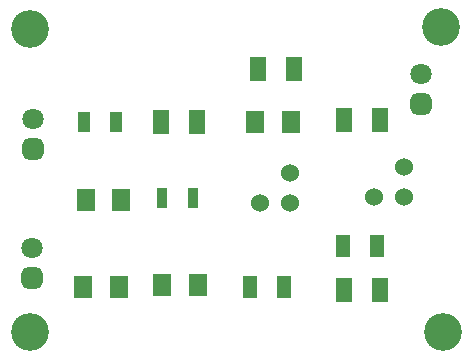
<source format=gbr>
G04*
G04 #@! TF.GenerationSoftware,Altium Limited,Altium Designer,24.9.1 (31)*
G04*
G04 Layer_Color=16711935*
%FSLAX44Y44*%
%MOMM*%
G71*
G04*
G04 #@! TF.SameCoordinates,2F21DDDD-2005-49F8-8A8E-0C037A8DA06E*
G04*
G04*
G04 #@! TF.FilePolarity,Negative*
G04*
G01*
G75*
%ADD16C,1.8032*%
G04:AMPARAMS|DCode=17|XSize=1.8032mm|YSize=1.8032mm|CornerRadius=0.5016mm|HoleSize=0mm|Usage=FLASHONLY|Rotation=90.000|XOffset=0mm|YOffset=0mm|HoleType=Round|Shape=RoundedRectangle|*
%AMROUNDEDRECTD17*
21,1,1.8032,0.8000,0,0,90.0*
21,1,0.8000,1.8032,0,0,90.0*
1,1,1.0032,0.4000,0.4000*
1,1,1.0032,0.4000,-0.4000*
1,1,1.0032,-0.4000,-0.4000*
1,1,1.0032,-0.4000,0.4000*
%
%ADD17ROUNDEDRECTD17*%
%ADD18C,1.5240*%
%ADD19C,3.2032*%
%ADD30R,0.9561X1.6582*%
%ADD32R,1.5046X1.9062*%
%ADD35R,1.3032X1.8532*%
%ADD36R,1.3032X1.9032*%
%ADD37R,1.4532X2.0032*%
%ADD38R,1.1032X1.8032*%
%ADD39R,1.6032X1.9532*%
D16*
X350075Y235395D02*
D03*
X21590Y198120D02*
D03*
X20700Y88782D02*
D03*
D17*
X350075Y209995D02*
D03*
X21590Y172720D02*
D03*
X20700Y63382D02*
D03*
D18*
X335280Y157480D02*
D03*
Y132080D02*
D03*
X309880D02*
D03*
X238760Y152400D02*
D03*
Y127000D02*
D03*
X213360D02*
D03*
D19*
X368300Y17780D02*
D03*
X19050D02*
D03*
X367030Y275590D02*
D03*
X19050Y274320D02*
D03*
D30*
X130249Y130810D02*
D03*
X156771D02*
D03*
D32*
X239798Y195580D02*
D03*
X209782D02*
D03*
X131042Y57150D02*
D03*
X161058D02*
D03*
X93980Y55880D02*
D03*
X63964D02*
D03*
D35*
X283920Y90170D02*
D03*
X312420D02*
D03*
D36*
X234210Y55880D02*
D03*
X205210D02*
D03*
D37*
X212080Y240030D02*
D03*
X242580D02*
D03*
X160030Y195580D02*
D03*
X129530D02*
D03*
X284470Y53340D02*
D03*
X314970D02*
D03*
X284470Y196850D02*
D03*
X314970D02*
D03*
D38*
X91440Y195580D02*
D03*
X64440D02*
D03*
D39*
X66280Y129540D02*
D03*
X96280D02*
D03*
M02*

</source>
